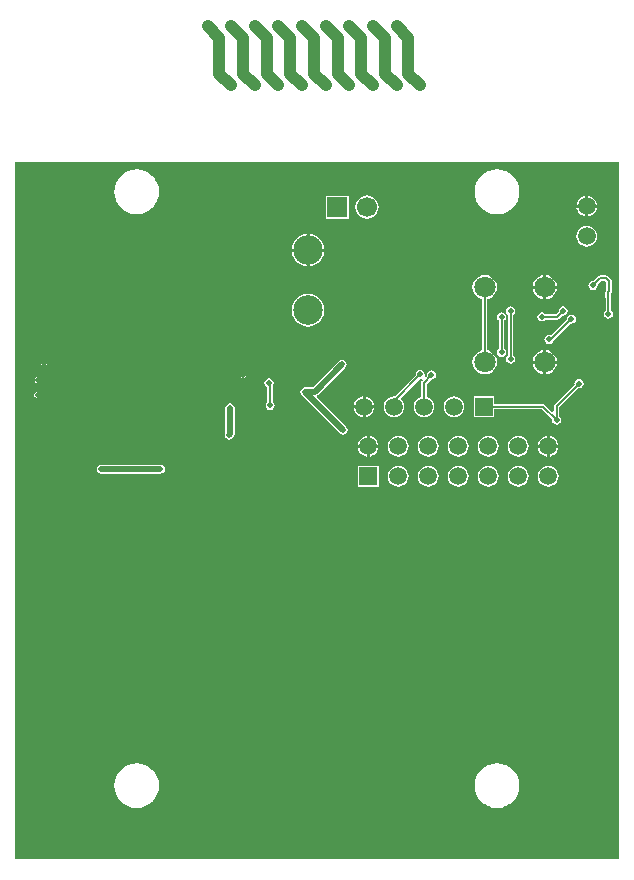
<source format=gbl>
%FSLAX24Y24*%
%MOIN*%
G70*
G01*
G75*
G04 Layer_Physical_Order=2*
G04 Layer_Color=16711680*
%ADD10R,0.0354X0.0276*%
%ADD11R,0.0512X0.0591*%
%ADD12R,0.0276X0.0354*%
%ADD13R,0.0256X0.0630*%
%ADD14O,0.0118X0.1181*%
%ADD15O,0.1181X0.0118*%
%ADD16R,0.1358X0.1358*%
%ADD17O,0.0768X0.0236*%
%ADD18O,0.0236X0.0768*%
%ADD19R,0.0118X0.0315*%
%ADD20R,0.0315X0.0157*%
%ADD21R,0.0118X0.0787*%
%ADD22C,0.0120*%
%ADD23R,0.0335X0.0374*%
%ADD24C,0.0080*%
%ADD25C,0.0197*%
%ADD26C,0.0118*%
%ADD27C,0.0276*%
%ADD28C,0.0200*%
%ADD29C,0.0150*%
%ADD30C,0.0100*%
%ADD31C,0.0250*%
%ADD32C,0.0394*%
%ADD33C,0.0236*%
%ADD34C,0.0984*%
%ADD35C,0.0591*%
%ADD36R,0.0591X0.0591*%
%ADD37C,0.0709*%
%ADD38R,0.0669X0.0669*%
%ADD39C,0.0669*%
%ADD40C,0.0200*%
%ADD41C,0.0394*%
%ADD42C,0.0240*%
G36*
X20197Y3543D02*
X79D01*
Y26772D01*
X20197D01*
Y3543D01*
D02*
G37*
%LPC*%
G36*
X17800Y17641D02*
X17760Y17636D01*
X17676Y17601D01*
X17604Y17545D01*
X17549Y17473D01*
X17514Y17389D01*
X17509Y17349D01*
X17800D01*
Y17641D01*
D02*
G37*
G36*
X11900D02*
Y17349D01*
X12192D01*
X12187Y17389D01*
X12152Y17473D01*
X12097Y17545D01*
X12025Y17601D01*
X11941Y17636D01*
X11900Y17641D01*
D02*
G37*
G36*
X7244Y18736D02*
X7186Y18724D01*
X7136Y18691D01*
X7103Y18641D01*
X7091Y18583D01*
Y17748D01*
X7083Y17736D01*
X7071Y17677D01*
X7083Y17619D01*
X7116Y17569D01*
X7166Y17536D01*
X7224Y17524D01*
X7283Y17536D01*
X7333Y17569D01*
X7352Y17589D01*
X7385Y17638D01*
X7397Y17697D01*
Y18583D01*
X7385Y18641D01*
X7352Y18691D01*
X7303Y18724D01*
X7244Y18736D01*
D02*
G37*
G36*
X17900Y17641D02*
Y17349D01*
X18192D01*
X18187Y17389D01*
X18152Y17473D01*
X18097Y17545D01*
X18025Y17601D01*
X17941Y17636D01*
X17900Y17641D01*
D02*
G37*
G36*
X17800Y17249D02*
X17509D01*
X17514Y17209D01*
X17549Y17125D01*
X17604Y17053D01*
X17676Y16998D01*
X17760Y16963D01*
X17800Y16958D01*
Y17249D01*
D02*
G37*
G36*
X12192D02*
X11900D01*
Y16958D01*
X11941Y16963D01*
X12025Y16998D01*
X12097Y17053D01*
X12152Y17125D01*
X12187Y17209D01*
X12192Y17249D01*
D02*
G37*
G36*
X11800Y17641D02*
X11760Y17636D01*
X11676Y17601D01*
X11604Y17545D01*
X11549Y17473D01*
X11514Y17389D01*
X11509Y17349D01*
X11800D01*
Y17641D01*
D02*
G37*
G36*
X18192Y17249D02*
X17900D01*
Y16958D01*
X17941Y16963D01*
X18025Y16998D01*
X18097Y17053D01*
X18152Y17125D01*
X18187Y17209D01*
X18192Y17249D01*
D02*
G37*
G36*
X11659Y18964D02*
X11619Y18958D01*
X11535Y18924D01*
X11462Y18868D01*
X11407Y18796D01*
X11372Y18712D01*
X11367Y18672D01*
X11659D01*
Y18964D01*
D02*
G37*
G36*
X8543Y19562D02*
X8485Y19551D01*
X8435Y19518D01*
X8402Y19468D01*
X8390Y19409D01*
X8402Y19351D01*
X8435Y19301D01*
X8485Y19268D01*
X8491Y19267D01*
Y18780D01*
X8475Y18770D01*
X8441Y18720D01*
X8430Y18661D01*
X8441Y18603D01*
X8475Y18553D01*
X8524Y18520D01*
X8583Y18508D01*
X8641Y18520D01*
X8691Y18553D01*
X8724Y18603D01*
X8736Y18661D01*
X8724Y18720D01*
X8691Y18770D01*
X8674Y18781D01*
Y19336D01*
X8685Y19351D01*
X8696Y19409D01*
X8685Y19468D01*
X8651Y19518D01*
X8602Y19551D01*
X8543Y19562D01*
D02*
G37*
G36*
X827Y19108D02*
X806D01*
X771Y19101D01*
X741Y19082D01*
X721Y19052D01*
X714Y19017D01*
X721Y18982D01*
X741Y18952D01*
X771Y18932D01*
X806Y18925D01*
X827D01*
X862Y18932D01*
X892Y18952D01*
X912Y18982D01*
X919Y19017D01*
X912Y19052D01*
X892Y19082D01*
X862Y19101D01*
X827Y19108D01*
D02*
G37*
G36*
X11759Y18964D02*
Y18672D01*
X12050D01*
X12045Y18712D01*
X12010Y18796D01*
X11955Y18868D01*
X11883Y18924D01*
X11799Y18958D01*
X11759Y18964D01*
D02*
G37*
G36*
X14709Y18970D02*
X14619Y18958D01*
X14535Y18924D01*
X14462Y18868D01*
X14407Y18796D01*
X14372Y18712D01*
X14360Y18622D01*
X14372Y18532D01*
X14407Y18448D01*
X14462Y18376D01*
X14535Y18320D01*
X14619Y18286D01*
X14709Y18274D01*
X14799Y18286D01*
X14883Y18320D01*
X14955Y18376D01*
X15010Y18448D01*
X15045Y18532D01*
X15057Y18622D01*
X15045Y18712D01*
X15010Y18796D01*
X14955Y18868D01*
X14883Y18924D01*
X14799Y18958D01*
X14709Y18970D01*
D02*
G37*
G36*
X10974Y20182D02*
X10926Y20173D01*
X10916Y20171D01*
X10866Y20138D01*
X9996Y19267D01*
X9744D01*
X9686Y19255D01*
X9636Y19222D01*
X9603Y19173D01*
X9591Y19114D01*
X9603Y19056D01*
X9636Y19006D01*
X10906Y17736D01*
X10955Y17703D01*
X11014Y17692D01*
X11072Y17703D01*
X11122Y17736D01*
X11155Y17786D01*
X11167Y17844D01*
X11155Y17903D01*
X11122Y17953D01*
X10144Y18931D01*
X10150Y18995D01*
X10167Y19006D01*
X11083Y19921D01*
X11116Y19971D01*
X11118Y19981D01*
X11127Y20030D01*
X11116Y20088D01*
X11083Y20138D01*
X11033Y20171D01*
X10974Y20182D01*
D02*
G37*
G36*
X12050Y18572D02*
X11759D01*
Y18280D01*
X11799Y18286D01*
X11883Y18320D01*
X11955Y18376D01*
X12010Y18448D01*
X12045Y18532D01*
X12050Y18572D01*
D02*
G37*
G36*
X11659D02*
X11367D01*
X11372Y18532D01*
X11407Y18448D01*
X11462Y18376D01*
X11535Y18320D01*
X11619Y18286D01*
X11659Y18280D01*
Y18572D01*
D02*
G37*
G36*
X15850Y16647D02*
X15760Y16636D01*
X15676Y16601D01*
X15604Y16545D01*
X15549Y16473D01*
X15514Y16389D01*
X15502Y16299D01*
X15514Y16209D01*
X15549Y16125D01*
X15604Y16053D01*
X15676Y15998D01*
X15760Y15963D01*
X15850Y15951D01*
X15941Y15963D01*
X16025Y15998D01*
X16097Y16053D01*
X16152Y16125D01*
X16187Y16209D01*
X16199Y16299D01*
X16187Y16389D01*
X16152Y16473D01*
X16097Y16545D01*
X16025Y16601D01*
X15941Y16636D01*
X15850Y16647D01*
D02*
G37*
G36*
X14850D02*
X14760Y16636D01*
X14676Y16601D01*
X14604Y16545D01*
X14549Y16473D01*
X14514Y16389D01*
X14502Y16299D01*
X14514Y16209D01*
X14549Y16125D01*
X14604Y16053D01*
X14676Y15998D01*
X14760Y15963D01*
X14850Y15951D01*
X14941Y15963D01*
X15025Y15998D01*
X15097Y16053D01*
X15152Y16125D01*
X15187Y16209D01*
X15199Y16299D01*
X15187Y16389D01*
X15152Y16473D01*
X15097Y16545D01*
X15025Y16601D01*
X14941Y16636D01*
X14850Y16647D01*
D02*
G37*
G36*
X17850D02*
X17760Y16636D01*
X17676Y16601D01*
X17604Y16545D01*
X17549Y16473D01*
X17514Y16389D01*
X17502Y16299D01*
X17514Y16209D01*
X17549Y16125D01*
X17604Y16053D01*
X17676Y15998D01*
X17760Y15963D01*
X17850Y15951D01*
X17941Y15963D01*
X18025Y15998D01*
X18097Y16053D01*
X18152Y16125D01*
X18187Y16209D01*
X18199Y16299D01*
X18187Y16389D01*
X18152Y16473D01*
X18097Y16545D01*
X18025Y16601D01*
X17941Y16636D01*
X17850Y16647D01*
D02*
G37*
G36*
X16850D02*
X16760Y16636D01*
X16676Y16601D01*
X16604Y16545D01*
X16549Y16473D01*
X16514Y16389D01*
X16502Y16299D01*
X16514Y16209D01*
X16549Y16125D01*
X16604Y16053D01*
X16676Y15998D01*
X16760Y15963D01*
X16850Y15951D01*
X16941Y15963D01*
X17025Y15998D01*
X17097Y16053D01*
X17152Y16125D01*
X17187Y16209D01*
X17199Y16299D01*
X17187Y16389D01*
X17152Y16473D01*
X17097Y16545D01*
X17025Y16601D01*
X16941Y16636D01*
X16850Y16647D01*
D02*
G37*
G36*
X16147Y6736D02*
X16142Y6735D01*
X16136Y6736D01*
X16001Y6723D01*
X15996Y6720D01*
X15991Y6721D01*
X15861Y6682D01*
X15857Y6678D01*
X15851Y6678D01*
X15732Y6614D01*
X15728Y6609D01*
X15723Y6608D01*
X15618Y6522D01*
X15615Y6517D01*
X15610Y6514D01*
X15524Y6409D01*
X15523Y6404D01*
X15518Y6400D01*
X15454Y6281D01*
X15454Y6275D01*
X15450Y6271D01*
X15411Y6141D01*
X15411Y6135D01*
X15409Y6131D01*
X15396Y5995D01*
X15397Y5990D01*
X15396Y5985D01*
X15409Y5850D01*
X15411Y5845D01*
X15411Y5839D01*
X15450Y5710D01*
X15454Y5705D01*
X15454Y5700D01*
X15518Y5580D01*
X15523Y5577D01*
X15524Y5571D01*
X15610Y5466D01*
X15615Y5464D01*
X15618Y5459D01*
X15723Y5373D01*
X15728Y5371D01*
X15732Y5367D01*
X15851Y5303D01*
X15857Y5302D01*
X15861Y5299D01*
X15991Y5259D01*
X15996Y5260D01*
X16001Y5257D01*
X16136Y5244D01*
X16142Y5246D01*
X16147Y5244D01*
X16282Y5257D01*
X16287Y5260D01*
X16293Y5259D01*
X16422Y5299D01*
X16427Y5302D01*
X16432Y5303D01*
X16552Y5367D01*
X16555Y5371D01*
X16561Y5373D01*
X16666Y5459D01*
X16668Y5464D01*
X16673Y5466D01*
X16759Y5571D01*
X16761Y5577D01*
X16765Y5580D01*
X16829Y5700D01*
X16830Y5705D01*
X16833Y5710D01*
X16873Y5839D01*
X16872Y5845D01*
X16875Y5850D01*
X16888Y5985D01*
X16886Y5990D01*
X16888Y5995D01*
X16875Y6131D01*
X16872Y6135D01*
X16873Y6141D01*
X16833Y6271D01*
X16830Y6275D01*
X16829Y6281D01*
X16765Y6400D01*
X16761Y6404D01*
X16759Y6409D01*
X16673Y6514D01*
X16668Y6517D01*
X16666Y6522D01*
X16561Y6608D01*
X16555Y6609D01*
X16552Y6614D01*
X16432Y6678D01*
X16427Y6678D01*
X16422Y6682D01*
X16293Y6721D01*
X16287Y6720D01*
X16282Y6723D01*
X16147Y6736D01*
D02*
G37*
G36*
X4139D02*
X4134Y6735D01*
X4129Y6736D01*
X3993Y6723D01*
X3989Y6720D01*
X3983Y6721D01*
X3853Y6682D01*
X3849Y6678D01*
X3843Y6678D01*
X3724Y6614D01*
X3720Y6609D01*
X3715Y6608D01*
X3610Y6522D01*
X3607Y6517D01*
X3602Y6514D01*
X3516Y6409D01*
X3515Y6404D01*
X3510Y6400D01*
X3447Y6281D01*
X3446Y6275D01*
X3442Y6271D01*
X3403Y6141D01*
X3404Y6135D01*
X3401Y6131D01*
X3388Y5995D01*
X3389Y5990D01*
X3388Y5985D01*
X3401Y5850D01*
X3404Y5845D01*
X3403Y5839D01*
X3442Y5710D01*
X3446Y5705D01*
X3447Y5700D01*
X3510Y5580D01*
X3515Y5577D01*
X3516Y5571D01*
X3602Y5466D01*
X3607Y5464D01*
X3610Y5459D01*
X3715Y5373D01*
X3720Y5371D01*
X3724Y5367D01*
X3843Y5303D01*
X3849Y5302D01*
X3853Y5299D01*
X3983Y5259D01*
X3989Y5260D01*
X3993Y5257D01*
X4129Y5244D01*
X4134Y5246D01*
X4139Y5244D01*
X4274Y5257D01*
X4279Y5260D01*
X4285Y5259D01*
X4414Y5299D01*
X4419Y5302D01*
X4424Y5303D01*
X4544Y5367D01*
X4548Y5371D01*
X4553Y5373D01*
X4658Y5459D01*
X4660Y5464D01*
X4665Y5466D01*
X4751Y5571D01*
X4753Y5577D01*
X4757Y5580D01*
X4821Y5700D01*
X4822Y5705D01*
X4825Y5710D01*
X4865Y5839D01*
X4864Y5845D01*
X4867Y5850D01*
X4880Y5985D01*
X4878Y5990D01*
X4880Y5995D01*
X4867Y6131D01*
X4864Y6135D01*
X4865Y6141D01*
X4825Y6271D01*
X4822Y6275D01*
X4821Y6281D01*
X4757Y6400D01*
X4753Y6404D01*
X4751Y6409D01*
X4665Y6514D01*
X4660Y6517D01*
X4658Y6522D01*
X4553Y6608D01*
X4548Y6609D01*
X4544Y6614D01*
X4424Y6678D01*
X4419Y6678D01*
X4414Y6682D01*
X4285Y6721D01*
X4279Y6720D01*
X4274Y6723D01*
X4139Y6736D01*
D02*
G37*
G36*
X13850Y16647D02*
X13760Y16636D01*
X13676Y16601D01*
X13604Y16545D01*
X13549Y16473D01*
X13514Y16389D01*
X13502Y16299D01*
X13514Y16209D01*
X13549Y16125D01*
X13604Y16053D01*
X13676Y15998D01*
X13760Y15963D01*
X13850Y15951D01*
X13941Y15963D01*
X14025Y15998D01*
X14097Y16053D01*
X14152Y16125D01*
X14187Y16209D01*
X14199Y16299D01*
X14187Y16389D01*
X14152Y16473D01*
X14097Y16545D01*
X14025Y16601D01*
X13941Y16636D01*
X13850Y16647D01*
D02*
G37*
G36*
X12850D02*
X12760Y16636D01*
X12676Y16601D01*
X12604Y16545D01*
X12549Y16473D01*
X12514Y16389D01*
X12502Y16299D01*
X12514Y16209D01*
X12549Y16125D01*
X12604Y16053D01*
X12676Y15998D01*
X12760Y15963D01*
X12850Y15951D01*
X12941Y15963D01*
X13025Y15998D01*
X13097Y16053D01*
X13152Y16125D01*
X13187Y16209D01*
X13199Y16299D01*
X13187Y16389D01*
X13152Y16473D01*
X13097Y16545D01*
X13025Y16601D01*
X12941Y16636D01*
X12850Y16647D01*
D02*
G37*
G36*
X15850Y17647D02*
X15760Y17636D01*
X15676Y17601D01*
X15604Y17545D01*
X15549Y17473D01*
X15514Y17389D01*
X15502Y17299D01*
X15514Y17209D01*
X15549Y17125D01*
X15604Y17053D01*
X15676Y16998D01*
X15760Y16963D01*
X15850Y16951D01*
X15941Y16963D01*
X16025Y16998D01*
X16097Y17053D01*
X16152Y17125D01*
X16187Y17209D01*
X16199Y17299D01*
X16187Y17389D01*
X16152Y17473D01*
X16097Y17545D01*
X16025Y17601D01*
X15941Y17636D01*
X15850Y17647D01*
D02*
G37*
G36*
X14850D02*
X14760Y17636D01*
X14676Y17601D01*
X14604Y17545D01*
X14549Y17473D01*
X14514Y17389D01*
X14502Y17299D01*
X14514Y17209D01*
X14549Y17125D01*
X14604Y17053D01*
X14676Y16998D01*
X14760Y16963D01*
X14850Y16951D01*
X14941Y16963D01*
X15025Y16998D01*
X15097Y17053D01*
X15152Y17125D01*
X15187Y17209D01*
X15199Y17299D01*
X15187Y17389D01*
X15152Y17473D01*
X15097Y17545D01*
X15025Y17601D01*
X14941Y17636D01*
X14850Y17647D01*
D02*
G37*
G36*
X11800Y17249D02*
X11509D01*
X11514Y17209D01*
X11549Y17125D01*
X11604Y17053D01*
X11676Y16998D01*
X11760Y16963D01*
X11800Y16958D01*
Y17249D01*
D02*
G37*
G36*
X16850Y17647D02*
X16760Y17636D01*
X16676Y17601D01*
X16604Y17545D01*
X16549Y17473D01*
X16514Y17389D01*
X16502Y17299D01*
X16514Y17209D01*
X16549Y17125D01*
X16604Y17053D01*
X16676Y16998D01*
X16760Y16963D01*
X16850Y16951D01*
X16941Y16963D01*
X17025Y16998D01*
X17097Y17053D01*
X17152Y17125D01*
X17187Y17209D01*
X17199Y17299D01*
X17187Y17389D01*
X17152Y17473D01*
X17097Y17545D01*
X17025Y17601D01*
X16941Y17636D01*
X16850Y17647D01*
D02*
G37*
G36*
X4921Y16688D02*
X2953D01*
X2894Y16677D01*
X2845Y16644D01*
X2811Y16594D01*
X2800Y16535D01*
X2811Y16477D01*
X2845Y16427D01*
X2894Y16394D01*
X2953Y16382D01*
X4921D01*
X4980Y16394D01*
X5029Y16427D01*
X5063Y16477D01*
X5074Y16535D01*
X5063Y16594D01*
X5029Y16644D01*
X4980Y16677D01*
X4921Y16688D01*
D02*
G37*
G36*
X12196Y16644D02*
X11505D01*
Y15954D01*
X12196D01*
Y16644D01*
D02*
G37*
G36*
X13850Y17647D02*
X13760Y17636D01*
X13676Y17601D01*
X13604Y17545D01*
X13549Y17473D01*
X13514Y17389D01*
X13502Y17299D01*
X13514Y17209D01*
X13549Y17125D01*
X13604Y17053D01*
X13676Y16998D01*
X13760Y16963D01*
X13850Y16951D01*
X13941Y16963D01*
X14025Y16998D01*
X14097Y17053D01*
X14152Y17125D01*
X14187Y17209D01*
X14199Y17299D01*
X14187Y17389D01*
X14152Y17473D01*
X14097Y17545D01*
X14025Y17601D01*
X13941Y17636D01*
X13850Y17647D01*
D02*
G37*
G36*
X12850D02*
X12760Y17636D01*
X12676Y17601D01*
X12604Y17545D01*
X12549Y17473D01*
X12514Y17389D01*
X12502Y17299D01*
X12514Y17209D01*
X12549Y17125D01*
X12604Y17053D01*
X12676Y16998D01*
X12760Y16963D01*
X12850Y16951D01*
X12941Y16963D01*
X13025Y16998D01*
X13097Y17053D01*
X13152Y17125D01*
X13187Y17209D01*
X13199Y17299D01*
X13187Y17389D01*
X13152Y17473D01*
X13097Y17545D01*
X13025Y17601D01*
X12941Y17636D01*
X12850Y17647D01*
D02*
G37*
G36*
X9793Y24375D02*
X9701Y24363D01*
X9569Y24308D01*
X9456Y24221D01*
X9369Y24108D01*
X9314Y23976D01*
X9302Y23885D01*
X9793D01*
Y24375D01*
D02*
G37*
G36*
X10383Y23785D02*
X9893D01*
Y23294D01*
X9984Y23306D01*
X10116Y23361D01*
X10229Y23448D01*
X10316Y23561D01*
X10371Y23693D01*
X10383Y23785D01*
D02*
G37*
G36*
X19134Y24651D02*
X19044Y24640D01*
X18960Y24605D01*
X18888Y24549D01*
X18832Y24477D01*
X18797Y24393D01*
X18786Y24303D01*
X18797Y24213D01*
X18832Y24129D01*
X18888Y24057D01*
X18960Y24002D01*
X19044Y23967D01*
X19134Y23955D01*
X19224Y23967D01*
X19308Y24002D01*
X19380Y24057D01*
X19435Y24129D01*
X19470Y24213D01*
X19482Y24303D01*
X19470Y24393D01*
X19435Y24477D01*
X19380Y24549D01*
X19308Y24605D01*
X19224Y24640D01*
X19134Y24651D01*
D02*
G37*
G36*
X9893Y24375D02*
Y23885D01*
X10383D01*
X10371Y23976D01*
X10316Y24108D01*
X10229Y24221D01*
X10116Y24308D01*
X9984Y24363D01*
X9893Y24375D01*
D02*
G37*
G36*
X17782Y23004D02*
Y22652D01*
X18134D01*
X18126Y22708D01*
X18085Y22806D01*
X18021Y22891D01*
X17936Y22956D01*
X17838Y22996D01*
X17782Y23004D01*
D02*
G37*
G36*
X17682D02*
X17627Y22996D01*
X17528Y22956D01*
X17444Y22891D01*
X17379Y22806D01*
X17338Y22708D01*
X17331Y22652D01*
X17682D01*
Y23004D01*
D02*
G37*
G36*
X9793Y23785D02*
X9302D01*
X9314Y23693D01*
X9369Y23561D01*
X9456Y23448D01*
X9569Y23361D01*
X9701Y23306D01*
X9793Y23294D01*
Y23785D01*
D02*
G37*
G36*
X19774Y22995D02*
X19579D01*
X19544Y22988D01*
X19514Y22968D01*
X19363Y22817D01*
X19341Y22821D01*
X19283Y22810D01*
X19233Y22777D01*
X19200Y22727D01*
X19189Y22668D01*
X19200Y22610D01*
X19233Y22560D01*
X19283Y22527D01*
X19341Y22515D01*
X19400Y22527D01*
X19450Y22560D01*
X19483Y22610D01*
X19494Y22668D01*
X19491Y22686D01*
X19617Y22812D01*
X19736D01*
X19790Y22757D01*
Y22521D01*
X19784Y22516D01*
X19765Y22486D01*
X19758Y22451D01*
Y22261D01*
X19761Y22246D01*
Y21832D01*
X19744Y21821D01*
X19711Y21771D01*
X19699Y21713D01*
X19711Y21654D01*
X19744Y21604D01*
X19794Y21571D01*
X19852Y21560D01*
X19911Y21571D01*
X19961Y21604D01*
X19994Y21654D01*
X20005Y21713D01*
X19994Y21771D01*
X19961Y21821D01*
X19944Y21832D01*
Y22258D01*
X19941Y22273D01*
Y22413D01*
X19947Y22418D01*
X19967Y22448D01*
X19974Y22483D01*
Y22795D01*
X19967Y22830D01*
X19947Y22860D01*
X19839Y22968D01*
X19809Y22988D01*
X19774Y22995D01*
D02*
G37*
G36*
X19184Y25645D02*
Y25353D01*
X19476D01*
X19470Y25393D01*
X19435Y25477D01*
X19380Y25549D01*
X19308Y25605D01*
X19224Y25640D01*
X19184Y25645D01*
D02*
G37*
G36*
X19084D02*
X19044Y25640D01*
X18960Y25605D01*
X18888Y25549D01*
X18832Y25477D01*
X18797Y25393D01*
X18792Y25353D01*
X19084D01*
Y25645D01*
D02*
G37*
G36*
X16147Y26528D02*
X16142Y26526D01*
X16136Y26528D01*
X16001Y26514D01*
X15996Y26512D01*
X15991Y26512D01*
X15861Y26473D01*
X15857Y26469D01*
X15851Y26469D01*
X15732Y26405D01*
X15728Y26401D01*
X15723Y26399D01*
X15618Y26313D01*
X15615Y26308D01*
X15610Y26305D01*
X15524Y26200D01*
X15523Y26195D01*
X15518Y26192D01*
X15454Y26072D01*
X15454Y26066D01*
X15450Y26062D01*
X15411Y25932D01*
X15411Y25927D01*
X15409Y25922D01*
X15396Y25787D01*
X15397Y25782D01*
X15396Y25776D01*
X15409Y25641D01*
X15411Y25636D01*
X15411Y25631D01*
X15450Y25501D01*
X15454Y25497D01*
X15454Y25491D01*
X15518Y25371D01*
X15523Y25368D01*
X15524Y25363D01*
X15610Y25258D01*
X15615Y25255D01*
X15618Y25250D01*
X15723Y25164D01*
X15728Y25162D01*
X15732Y25158D01*
X15851Y25094D01*
X15857Y25094D01*
X15861Y25090D01*
X15991Y25051D01*
X15996Y25051D01*
X16001Y25049D01*
X16136Y25035D01*
X16142Y25037D01*
X16147Y25035D01*
X16282Y25049D01*
X16287Y25051D01*
X16293Y25051D01*
X16422Y25090D01*
X16427Y25094D01*
X16432Y25094D01*
X16552Y25158D01*
X16555Y25162D01*
X16561Y25164D01*
X16666Y25250D01*
X16668Y25255D01*
X16673Y25258D01*
X16759Y25363D01*
X16761Y25368D01*
X16765Y25371D01*
X16829Y25491D01*
X16830Y25497D01*
X16833Y25501D01*
X16873Y25631D01*
X16872Y25636D01*
X16875Y25641D01*
X16888Y25776D01*
X16886Y25782D01*
X16888Y25787D01*
X16875Y25922D01*
X16872Y25927D01*
X16873Y25932D01*
X16833Y26062D01*
X16830Y26066D01*
X16829Y26072D01*
X16765Y26192D01*
X16761Y26195D01*
X16759Y26200D01*
X16673Y26305D01*
X16668Y26308D01*
X16666Y26313D01*
X16561Y26399D01*
X16555Y26401D01*
X16552Y26405D01*
X16432Y26469D01*
X16427Y26469D01*
X16422Y26473D01*
X16293Y26512D01*
X16287Y26512D01*
X16282Y26514D01*
X16147Y26528D01*
D02*
G37*
G36*
X4139D02*
X4134Y26526D01*
X4129Y26528D01*
X3993Y26514D01*
X3989Y26512D01*
X3983Y26512D01*
X3853Y26473D01*
X3849Y26469D01*
X3843Y26469D01*
X3724Y26405D01*
X3720Y26401D01*
X3715Y26399D01*
X3610Y26313D01*
X3607Y26308D01*
X3602Y26305D01*
X3516Y26200D01*
X3515Y26195D01*
X3510Y26192D01*
X3447Y26072D01*
X3446Y26066D01*
X3442Y26062D01*
X3403Y25932D01*
X3404Y25927D01*
X3401Y25922D01*
X3388Y25787D01*
X3389Y25782D01*
X3388Y25776D01*
X3401Y25641D01*
X3404Y25636D01*
X3403Y25631D01*
X3442Y25501D01*
X3446Y25497D01*
X3447Y25491D01*
X3510Y25371D01*
X3515Y25368D01*
X3516Y25363D01*
X3602Y25258D01*
X3607Y25255D01*
X3610Y25250D01*
X3715Y25164D01*
X3720Y25162D01*
X3724Y25158D01*
X3843Y25094D01*
X3849Y25094D01*
X3853Y25090D01*
X3983Y25051D01*
X3989Y25051D01*
X3993Y25049D01*
X4129Y25035D01*
X4134Y25037D01*
X4139Y25035D01*
X4274Y25049D01*
X4279Y25051D01*
X4285Y25051D01*
X4414Y25090D01*
X4419Y25094D01*
X4424Y25094D01*
X4544Y25158D01*
X4548Y25162D01*
X4553Y25164D01*
X4658Y25250D01*
X4660Y25255D01*
X4665Y25258D01*
X4751Y25363D01*
X4753Y25368D01*
X4757Y25371D01*
X4821Y25491D01*
X4822Y25497D01*
X4825Y25501D01*
X4865Y25631D01*
X4864Y25636D01*
X4867Y25641D01*
X4880Y25776D01*
X4878Y25782D01*
X4880Y25787D01*
X4867Y25922D01*
X4864Y25927D01*
X4865Y25932D01*
X4825Y26062D01*
X4822Y26066D01*
X4821Y26072D01*
X4757Y26192D01*
X4753Y26195D01*
X4751Y26200D01*
X4665Y26305D01*
X4660Y26308D01*
X4658Y26313D01*
X4553Y26399D01*
X4548Y26401D01*
X4544Y26405D01*
X4424Y26469D01*
X4419Y26469D01*
X4414Y26473D01*
X4285Y26512D01*
X4279Y26512D01*
X4274Y26514D01*
X4139Y26528D01*
D02*
G37*
G36*
X11196Y25660D02*
X10426D01*
Y24891D01*
X11196D01*
Y25660D01*
D02*
G37*
G36*
X11811Y25664D02*
X11711Y25650D01*
X11617Y25612D01*
X11537Y25550D01*
X11475Y25470D01*
X11436Y25376D01*
X11423Y25276D01*
X11436Y25175D01*
X11475Y25082D01*
X11537Y25001D01*
X11617Y24940D01*
X11711Y24901D01*
X11811Y24888D01*
X11911Y24901D01*
X12005Y24940D01*
X12085Y25001D01*
X12147Y25082D01*
X12186Y25175D01*
X12199Y25276D01*
X12186Y25376D01*
X12147Y25470D01*
X12085Y25550D01*
X12005Y25612D01*
X11911Y25650D01*
X11811Y25664D01*
D02*
G37*
G36*
X19476Y25253D02*
X19184D01*
Y24961D01*
X19224Y24967D01*
X19308Y25002D01*
X19380Y25057D01*
X19435Y25129D01*
X19470Y25213D01*
X19476Y25253D01*
D02*
G37*
G36*
X19084D02*
X18792D01*
X18797Y25213D01*
X18832Y25129D01*
X18888Y25057D01*
X18960Y25002D01*
X19044Y24967D01*
X19084Y24961D01*
Y25253D01*
D02*
G37*
G36*
X18134Y22552D02*
X17782D01*
Y22201D01*
X17838Y22208D01*
X17936Y22249D01*
X18021Y22314D01*
X18085Y22398D01*
X18126Y22497D01*
X18134Y22552D01*
D02*
G37*
G36*
X17682Y20052D02*
X17331D01*
X17338Y19997D01*
X17379Y19898D01*
X17444Y19814D01*
X17528Y19749D01*
X17627Y19708D01*
X17682Y19701D01*
Y20052D01*
D02*
G37*
G36*
X15732Y23010D02*
X15627Y22996D01*
X15528Y22956D01*
X15444Y22891D01*
X15379Y22806D01*
X15338Y22708D01*
X15324Y22602D01*
X15338Y22497D01*
X15379Y22398D01*
X15444Y22314D01*
X15528Y22249D01*
X15627Y22208D01*
X15641Y22207D01*
Y20498D01*
X15627Y20496D01*
X15528Y20456D01*
X15444Y20391D01*
X15379Y20306D01*
X15338Y20208D01*
X15324Y20102D01*
X15338Y19997D01*
X15379Y19898D01*
X15444Y19814D01*
X15528Y19749D01*
X15627Y19708D01*
X15732Y19695D01*
X15838Y19708D01*
X15936Y19749D01*
X16021Y19814D01*
X16085Y19898D01*
X16126Y19997D01*
X16140Y20102D01*
X16126Y20208D01*
X16085Y20306D01*
X16021Y20391D01*
X15936Y20456D01*
X15838Y20496D01*
X15824Y20498D01*
Y22207D01*
X15838Y22208D01*
X15936Y22249D01*
X16021Y22314D01*
X16085Y22398D01*
X16126Y22497D01*
X16140Y22602D01*
X16126Y22708D01*
X16085Y22806D01*
X16021Y22891D01*
X15936Y22956D01*
X15838Y22996D01*
X15732Y23010D01*
D02*
G37*
G36*
X1043Y20171D02*
X1032D01*
X997Y20164D01*
X968Y20145D01*
X948Y20115D01*
X941Y20080D01*
X948Y20045D01*
X968Y20015D01*
X997Y19995D01*
X1032Y19988D01*
X1043D01*
X1078Y19995D01*
X1108Y20015D01*
X1128Y20045D01*
X1135Y20080D01*
X1128Y20115D01*
X1108Y20145D01*
X1078Y20164D01*
X1043Y20171D01*
D02*
G37*
G36*
X18134Y20052D02*
X17782D01*
Y19701D01*
X17838Y19708D01*
X17936Y19749D01*
X18021Y19814D01*
X18085Y19898D01*
X18126Y19997D01*
X18134Y20052D01*
D02*
G37*
G36*
X827Y19601D02*
X818D01*
X783Y19594D01*
X753Y19574D01*
X733Y19544D01*
X726Y19509D01*
X733Y19474D01*
X753Y19444D01*
X783Y19424D01*
X818Y19417D01*
X827D01*
X862Y19424D01*
X892Y19444D01*
X912Y19474D01*
X919Y19509D01*
X912Y19544D01*
X892Y19574D01*
X862Y19594D01*
X827Y19601D01*
D02*
G37*
G36*
X18878Y19543D02*
X18819Y19531D01*
X18770Y19498D01*
X18737Y19448D01*
X18725Y19390D01*
X18729Y19370D01*
X18065Y18707D01*
X18045Y18677D01*
X18038Y18642D01*
Y18466D01*
X17992Y18447D01*
X17752Y18687D01*
X17722Y18707D01*
X17687Y18714D01*
X16054D01*
Y18967D01*
X15363D01*
Y18277D01*
X16054D01*
Y18530D01*
X17649D01*
X17981Y18198D01*
X17977Y18179D01*
X17989Y18121D01*
X18022Y18071D01*
X18071Y18038D01*
X18130Y18026D01*
X18188Y18038D01*
X18238Y18071D01*
X18271Y18121D01*
X18283Y18179D01*
X18271Y18238D01*
X18238Y18287D01*
X18222Y18298D01*
Y18604D01*
X18859Y19241D01*
X18878Y19237D01*
X18936Y19248D01*
X18986Y19282D01*
X19019Y19331D01*
X19031Y19390D01*
X19019Y19448D01*
X18986Y19498D01*
X18936Y19531D01*
X18878Y19543D01*
D02*
G37*
G36*
X7686Y19758D02*
X7678D01*
X7642Y19751D01*
X7613Y19731D01*
X7593Y19701D01*
X7586Y19666D01*
X7593Y19631D01*
X7613Y19601D01*
X7642Y19582D01*
X7678Y19575D01*
X7686D01*
X7721Y19582D01*
X7751Y19601D01*
X7771Y19631D01*
X7778Y19666D01*
X7771Y19701D01*
X7751Y19731D01*
X7721Y19751D01*
X7686Y19758D01*
D02*
G37*
G36*
X13583Y19848D02*
X13524Y19836D01*
X13475Y19803D01*
X13441Y19753D01*
X13430Y19695D01*
X13434Y19676D01*
X12726Y18968D01*
X12709Y18970D01*
X12619Y18958D01*
X12535Y18924D01*
X12462Y18868D01*
X12407Y18796D01*
X12372Y18712D01*
X12360Y18622D01*
X12372Y18532D01*
X12407Y18448D01*
X12462Y18376D01*
X12535Y18320D01*
X12619Y18286D01*
X12709Y18274D01*
X12799Y18286D01*
X12883Y18320D01*
X12955Y18376D01*
X13010Y18448D01*
X13045Y18532D01*
X13057Y18622D01*
X13045Y18712D01*
X13010Y18796D01*
X12955Y18868D01*
X12946Y18875D01*
X12943Y18925D01*
X13563Y19546D01*
X13583Y19542D01*
X13633Y19552D01*
X13652Y19531D01*
X13662Y19511D01*
X13644Y19492D01*
X13624Y19462D01*
X13617Y19427D01*
Y18958D01*
X13535Y18924D01*
X13462Y18868D01*
X13407Y18796D01*
X13372Y18712D01*
X13360Y18622D01*
X13372Y18532D01*
X13407Y18448D01*
X13462Y18376D01*
X13535Y18320D01*
X13619Y18286D01*
X13709Y18274D01*
X13799Y18286D01*
X13883Y18320D01*
X13955Y18376D01*
X14010Y18448D01*
X14045Y18532D01*
X14057Y18622D01*
X14045Y18712D01*
X14010Y18796D01*
X13955Y18868D01*
X13883Y18924D01*
X13800Y18958D01*
Y19389D01*
X13937Y19526D01*
X13957Y19522D01*
X14015Y19534D01*
X14065Y19567D01*
X14098Y19617D01*
X14110Y19675D01*
X14098Y19734D01*
X14065Y19783D01*
X14015Y19816D01*
X13957Y19828D01*
X13898Y19816D01*
X13849Y19783D01*
X13815Y19734D01*
X13804Y19675D01*
X13808Y19656D01*
X13767Y19615D01*
X13747Y19625D01*
X13726Y19645D01*
X13736Y19695D01*
X13724Y19753D01*
X13691Y19803D01*
X13641Y19836D01*
X13583Y19848D01*
D02*
G37*
G36*
X18622Y21688D02*
X18564Y21677D01*
X18514Y21644D01*
X18481Y21594D01*
X18469Y21535D01*
X18473Y21516D01*
X17952Y20995D01*
X17933Y21007D01*
X17874Y21019D01*
X17815Y21007D01*
X17766Y20974D01*
X17733Y20925D01*
X17721Y20866D01*
X17733Y20808D01*
X17766Y20758D01*
X17815Y20725D01*
X17874Y20713D01*
X17933Y20725D01*
X17982Y20758D01*
X18006Y20793D01*
X18018Y20801D01*
X18603Y21386D01*
X18622Y21382D01*
X18681Y21394D01*
X18730Y21427D01*
X18763Y21477D01*
X18775Y21535D01*
X18763Y21594D01*
X18730Y21644D01*
X18681Y21677D01*
X18622Y21688D01*
D02*
G37*
G36*
X9843Y22381D02*
X9701Y22363D01*
X9569Y22308D01*
X9456Y22221D01*
X9369Y22108D01*
X9314Y21976D01*
X9296Y21835D01*
X9314Y21693D01*
X9369Y21561D01*
X9456Y21448D01*
X9569Y21361D01*
X9701Y21306D01*
X9843Y21288D01*
X9984Y21306D01*
X10116Y21361D01*
X10229Y21448D01*
X10316Y21561D01*
X10371Y21693D01*
X10389Y21835D01*
X10371Y21976D01*
X10316Y22108D01*
X10229Y22221D01*
X10116Y22308D01*
X9984Y22363D01*
X9843Y22381D01*
D02*
G37*
G36*
X17682Y22552D02*
X17331D01*
X17338Y22497D01*
X17379Y22398D01*
X17444Y22314D01*
X17528Y22249D01*
X17627Y22208D01*
X17682Y22201D01*
Y22552D01*
D02*
G37*
G36*
X18346Y21964D02*
X18288Y21952D01*
X18238Y21919D01*
X18205Y21870D01*
X18193Y21811D01*
X18197Y21792D01*
X18112Y21706D01*
X17757D01*
X17746Y21722D01*
X17696Y21755D01*
X17638Y21767D01*
X17579Y21755D01*
X17530Y21722D01*
X17497Y21673D01*
X17485Y21614D01*
X17497Y21556D01*
X17530Y21506D01*
X17579Y21473D01*
X17638Y21461D01*
X17696Y21473D01*
X17746Y21506D01*
X17757Y21522D01*
X18150D01*
X18150Y21522D01*
X18185Y21529D01*
X18214Y21549D01*
X18327Y21662D01*
X18346Y21658D01*
X18405Y21670D01*
X18455Y21703D01*
X18488Y21752D01*
X18499Y21811D01*
X18488Y21870D01*
X18455Y21919D01*
X18405Y21952D01*
X18346Y21964D01*
D02*
G37*
G36*
X17682Y20504D02*
X17627Y20496D01*
X17528Y20456D01*
X17444Y20391D01*
X17379Y20306D01*
X17338Y20208D01*
X17331Y20152D01*
X17682D01*
Y20504D01*
D02*
G37*
G36*
X16594Y21964D02*
X16536Y21952D01*
X16486Y21919D01*
X16453Y21870D01*
X16442Y21811D01*
X16453Y21753D01*
X16486Y21703D01*
X16503Y21692D01*
Y20326D01*
X16486Y20315D01*
X16453Y20265D01*
X16442Y20207D01*
X16453Y20148D01*
X16486Y20099D01*
X16536Y20065D01*
X16594Y20054D01*
X16653Y20065D01*
X16703Y20099D01*
X16736Y20148D01*
X16747Y20207D01*
X16736Y20265D01*
X16703Y20315D01*
X16686Y20326D01*
Y21692D01*
X16703Y21703D01*
X16736Y21753D01*
X16747Y21811D01*
X16736Y21870D01*
X16703Y21919D01*
X16653Y21952D01*
X16594Y21964D01*
D02*
G37*
G36*
X16299Y21767D02*
X16241Y21755D01*
X16191Y21722D01*
X16158Y21673D01*
X16146Y21614D01*
X16158Y21556D01*
X16191Y21506D01*
X16207Y21495D01*
Y20552D01*
X16191Y20541D01*
X16158Y20492D01*
X16146Y20433D01*
X16158Y20375D01*
X16191Y20325D01*
X16241Y20292D01*
X16299Y20280D01*
X16358Y20292D01*
X16407Y20325D01*
X16441Y20375D01*
X16452Y20433D01*
X16441Y20492D01*
X16407Y20541D01*
X16391Y20552D01*
Y21495D01*
X16407Y21506D01*
X16441Y21556D01*
X16452Y21614D01*
X16441Y21673D01*
X16407Y21722D01*
X16358Y21755D01*
X16299Y21767D01*
D02*
G37*
G36*
X17782Y20504D02*
Y20152D01*
X18134D01*
X18126Y20208D01*
X18085Y20306D01*
X18021Y20391D01*
X17936Y20456D01*
X17838Y20496D01*
X17782Y20504D01*
D02*
G37*
%LPD*%
D24*
X7678Y19666D02*
X7686D01*
X18130Y18179D02*
Y18642D01*
X18878Y19390D01*
X19343Y22667D02*
X19579Y22904D01*
X19852Y21713D02*
Y22258D01*
X19849Y22261D02*
X19852Y22258D01*
X19849Y22261D02*
Y22451D01*
X19882Y22483D01*
Y22795D01*
X19774Y22904D02*
X19882Y22795D01*
X19579Y22904D02*
X19774D01*
X19341Y22668D02*
X19343Y22667D01*
X806Y19017D02*
X827D01*
X818Y19509D02*
X827D01*
X1032Y20080D02*
X1043D01*
X15732Y20102D02*
Y22602D01*
X8583Y18661D02*
X8583Y18661D01*
X8583Y18661D02*
Y19370D01*
X8543Y19409D02*
X8583Y19370D01*
X18150Y21614D02*
X18346Y21811D01*
X18150Y21614D02*
X18150Y21614D01*
X17638Y21614D02*
X18150D01*
X17953Y20866D02*
X18622Y21535D01*
X17874Y20866D02*
X17953D01*
X12709Y18821D02*
X13583Y19695D01*
X12709Y18622D02*
Y18821D01*
X13709Y19427D02*
X13957Y19675D01*
X13709Y18622D02*
Y19427D01*
X16299Y20433D02*
Y21614D01*
X16594Y20207D02*
Y21811D01*
X15709Y18622D02*
X17687D01*
X18130Y18179D01*
D28*
X10059Y19114D02*
X10974Y20030D01*
X9744Y19114D02*
X10059D01*
X9744D02*
X11014Y17844D01*
X2953Y16535D02*
X4921D01*
X7224Y17677D02*
X7244Y17697D01*
Y18583D01*
D32*
X12795Y31299D02*
X13189Y30906D01*
Y29724D02*
Y30906D01*
Y29724D02*
X13583Y29331D01*
X13583D01*
X12008Y31299D02*
X12402Y30906D01*
Y29724D02*
Y30906D01*
Y29724D02*
X12795Y29331D01*
X12795D01*
X11220Y31299D02*
X11614Y30906D01*
Y29724D02*
Y30906D01*
Y29724D02*
X12008Y29331D01*
X12008D01*
X10433Y31299D02*
X10827Y30906D01*
Y29724D02*
Y30906D01*
Y29724D02*
X11220Y29331D01*
X11220D01*
X9646Y31299D02*
X10039Y30906D01*
Y29724D02*
Y30906D01*
Y29724D02*
X10433Y29331D01*
X10433D01*
X8858Y31299D02*
X9252Y30906D01*
Y29724D02*
Y30906D01*
Y29724D02*
X9646Y29331D01*
X9646D01*
X8071Y31299D02*
X8465Y30906D01*
Y29724D02*
Y30906D01*
Y29724D02*
X8858Y29331D01*
X8858D01*
X7283Y31299D02*
X7677Y30906D01*
Y29724D02*
Y30906D01*
Y29724D02*
X8071Y29331D01*
X8071D01*
X7283D02*
X7283D01*
X6890Y29724D02*
X7283Y29331D01*
X6890Y29724D02*
Y30906D01*
X6496Y31299D02*
X6890Y30906D01*
D34*
X9843Y23835D02*
D03*
Y21835D02*
D03*
D35*
X19134Y24303D02*
D03*
Y25303D02*
D03*
X17850Y17299D02*
D03*
Y16299D02*
D03*
X16850Y17299D02*
D03*
Y16299D02*
D03*
X15850Y17299D02*
D03*
Y16299D02*
D03*
X14850Y17299D02*
D03*
Y16299D02*
D03*
X13850Y17299D02*
D03*
Y16299D02*
D03*
X12850Y17299D02*
D03*
Y16299D02*
D03*
X11850Y17299D02*
D03*
X14709Y18622D02*
D03*
X13709D02*
D03*
X12709D02*
D03*
X11709D02*
D03*
D36*
X11850Y16299D02*
D03*
X15709Y18622D02*
D03*
D37*
X15732Y20102D02*
D03*
Y22602D02*
D03*
X17732D02*
D03*
Y20102D02*
D03*
D38*
X10811Y25276D02*
D03*
D39*
X11811D02*
D03*
D40*
X2953Y18819D02*
D03*
X6713Y17520D02*
D03*
Y16929D02*
D03*
X6969Y24567D02*
D03*
X8445Y21713D02*
D03*
Y22726D02*
D03*
X7736Y18701D02*
D03*
X7678Y19666D02*
D03*
X7667Y20138D02*
D03*
X7638Y20847D02*
D03*
X10974Y20030D02*
D03*
X18130Y18179D02*
D03*
X18878Y19390D02*
D03*
X19852Y21713D02*
D03*
X19341Y22668D02*
D03*
X11014Y17844D02*
D03*
X9744Y19114D02*
D03*
X19331Y19587D02*
D03*
X18937Y20689D02*
D03*
X20039Y22372D02*
D03*
X19252Y22106D02*
D03*
X18120Y22972D02*
D03*
X15020Y22717D02*
D03*
X14478Y23327D02*
D03*
X16280Y23750D02*
D03*
X14184Y24942D02*
D03*
X13150Y25354D02*
D03*
X12677Y25364D02*
D03*
X11132Y20512D02*
D03*
X11329Y18242D02*
D03*
X10866Y19439D02*
D03*
X9587Y18583D02*
D03*
X9724Y20522D02*
D03*
X9222Y20827D02*
D03*
X5256Y22854D02*
D03*
X4902Y22539D02*
D03*
X4646Y22549D02*
D03*
X4232Y22766D02*
D03*
X3780Y23297D02*
D03*
X3307Y23297D02*
D03*
X5502Y17087D02*
D03*
X4701Y16788D02*
D03*
X3209Y16860D02*
D03*
X827Y19017D02*
D03*
Y19509D02*
D03*
X1043Y20080D02*
D03*
X1043Y20541D02*
D03*
X1063Y20945D02*
D03*
X7244Y18583D02*
D03*
X2953Y16535D02*
D03*
X4921D02*
D03*
X8583Y18661D02*
D03*
X8543Y19409D02*
D03*
X17638Y21614D02*
D03*
X18622Y21535D02*
D03*
X17874Y20866D02*
D03*
X18346Y21811D02*
D03*
X7008Y26220D02*
D03*
Y25669D02*
D03*
X6969Y24016D02*
D03*
X13583Y19695D02*
D03*
X13957Y19675D02*
D03*
X16299Y21614D02*
D03*
X16594Y21811D02*
D03*
X16299Y20433D02*
D03*
X16594Y20207D02*
D03*
X7224Y17677D02*
D03*
X2362Y18346D02*
D03*
X945Y17283D02*
D03*
X1772Y21614D02*
D03*
X2205Y22087D02*
D03*
X2283Y21378D02*
D03*
X2835Y21220D02*
D03*
X3268Y21654D02*
D03*
X6339Y18346D02*
D03*
X5827Y18819D02*
D03*
X5394Y18346D02*
D03*
X5433Y21102D02*
D03*
X5906Y20787D02*
D03*
X5827Y21614D02*
D03*
X6378Y21220D02*
D03*
X7165Y21457D02*
D03*
X5315Y21850D02*
D03*
X6378D02*
D03*
X7402Y16417D02*
D03*
X8307Y16457D02*
D03*
X9213D02*
D03*
X9646Y17087D02*
D03*
X10197Y17323D02*
D03*
X5118Y23346D02*
D03*
X5079Y23976D02*
D03*
X4606Y23228D02*
D03*
Y23858D02*
D03*
X4921Y24528D02*
D03*
X6181Y24606D02*
D03*
Y25315D02*
D03*
X6102Y25945D02*
D03*
Y26654D02*
D03*
X6850D02*
D03*
X6811Y25118D02*
D03*
X6024Y23976D02*
D03*
X5551Y24606D02*
D03*
X310Y4186D02*
D03*
X910Y5386D02*
D03*
X310Y6586D02*
D03*
X910Y7786D02*
D03*
X310Y8986D02*
D03*
X910Y10186D02*
D03*
X310Y11386D02*
D03*
X910Y12586D02*
D03*
X310Y13786D02*
D03*
X910Y14986D02*
D03*
X310Y16186D02*
D03*
Y18586D02*
D03*
Y20986D02*
D03*
X910Y22186D02*
D03*
X310Y23386D02*
D03*
X910Y24586D02*
D03*
X310Y25786D02*
D03*
X1510Y4186D02*
D03*
X2110Y5386D02*
D03*
X1510Y6586D02*
D03*
X2110Y7786D02*
D03*
X1510Y8986D02*
D03*
X2110Y10186D02*
D03*
X1510Y11386D02*
D03*
X2110Y12586D02*
D03*
X1510Y13786D02*
D03*
X2110Y14986D02*
D03*
X1510Y16186D02*
D03*
Y23386D02*
D03*
X2110Y24586D02*
D03*
X1510Y25786D02*
D03*
X2710Y4186D02*
D03*
X3310Y5386D02*
D03*
X2710Y6586D02*
D03*
X3310Y7786D02*
D03*
X2710Y8986D02*
D03*
X3310Y10186D02*
D03*
X2710Y11386D02*
D03*
X3310Y12586D02*
D03*
X2710Y13786D02*
D03*
X3310Y14986D02*
D03*
X2710Y16186D02*
D03*
Y23386D02*
D03*
X3310Y24586D02*
D03*
X2710Y25786D02*
D03*
X3910Y4186D02*
D03*
X4510Y7786D02*
D03*
X3910Y8986D02*
D03*
X4510Y10186D02*
D03*
X3910Y11386D02*
D03*
X4510Y12586D02*
D03*
X3910Y13786D02*
D03*
X4510Y14986D02*
D03*
Y24586D02*
D03*
X5110Y4186D02*
D03*
X5710Y5386D02*
D03*
X5110Y6586D02*
D03*
X5710Y7786D02*
D03*
X5110Y8986D02*
D03*
X5710Y10186D02*
D03*
X5110Y11386D02*
D03*
X5710Y12586D02*
D03*
X5110Y13786D02*
D03*
X5710Y14986D02*
D03*
X5110Y25786D02*
D03*
X6310Y4186D02*
D03*
X6910Y5386D02*
D03*
X6310Y6586D02*
D03*
X6910Y7786D02*
D03*
X6310Y8986D02*
D03*
X6910Y10186D02*
D03*
X6310Y11386D02*
D03*
X6910Y12586D02*
D03*
X6310Y13786D02*
D03*
X6910Y14986D02*
D03*
X6310Y23386D02*
D03*
X7510Y4186D02*
D03*
X8110Y5386D02*
D03*
X7510Y6586D02*
D03*
X8110Y7786D02*
D03*
X7510Y8986D02*
D03*
X8110Y10186D02*
D03*
X7510Y11386D02*
D03*
X8110Y12586D02*
D03*
X7510Y13786D02*
D03*
X8110Y14986D02*
D03*
Y17386D02*
D03*
X7510Y23386D02*
D03*
X8110Y24586D02*
D03*
X7510Y25786D02*
D03*
X8710Y4186D02*
D03*
X9310Y5386D02*
D03*
X8710Y6586D02*
D03*
X9310Y7786D02*
D03*
X8710Y8986D02*
D03*
X9310Y10186D02*
D03*
X8710Y11386D02*
D03*
X9310Y12586D02*
D03*
X8710Y13786D02*
D03*
X9310Y14986D02*
D03*
X8710Y23386D02*
D03*
X9310Y24586D02*
D03*
X8710Y25786D02*
D03*
X9910Y4186D02*
D03*
X10510Y5386D02*
D03*
X9910Y6586D02*
D03*
X10510Y7786D02*
D03*
X9910Y8986D02*
D03*
X10510Y10186D02*
D03*
X9910Y11386D02*
D03*
X10510Y12586D02*
D03*
X9910Y13786D02*
D03*
X10510Y14986D02*
D03*
Y24586D02*
D03*
X9910Y25786D02*
D03*
X11110Y4186D02*
D03*
X11710Y5386D02*
D03*
X11110Y6586D02*
D03*
X11710Y7786D02*
D03*
X11110Y8986D02*
D03*
X11710Y10186D02*
D03*
X11110Y11386D02*
D03*
X11710Y12586D02*
D03*
X11110Y13786D02*
D03*
X11710Y14986D02*
D03*
X11110Y16186D02*
D03*
Y23386D02*
D03*
X11710Y24586D02*
D03*
X11110Y25786D02*
D03*
X12310Y4186D02*
D03*
X12910Y5386D02*
D03*
X12310Y6586D02*
D03*
X12910Y7786D02*
D03*
X12310Y8986D02*
D03*
X12910Y10186D02*
D03*
X12310Y11386D02*
D03*
X12910Y12586D02*
D03*
X12310Y13786D02*
D03*
X12910Y14986D02*
D03*
X12310Y20986D02*
D03*
X12910Y22186D02*
D03*
X12310Y25786D02*
D03*
X13510Y4186D02*
D03*
X14110Y5386D02*
D03*
X13510Y6586D02*
D03*
X14110Y7786D02*
D03*
X13510Y8986D02*
D03*
X14110Y10186D02*
D03*
X13510Y11386D02*
D03*
X14110Y12586D02*
D03*
X13510Y13786D02*
D03*
X14110Y14986D02*
D03*
X13510Y20986D02*
D03*
Y25786D02*
D03*
X14710Y4186D02*
D03*
X15310Y5386D02*
D03*
X14710Y6586D02*
D03*
X15310Y7786D02*
D03*
X14710Y8986D02*
D03*
X15310Y10186D02*
D03*
X14710Y11386D02*
D03*
X15310Y12586D02*
D03*
X14710Y13786D02*
D03*
X15310Y14986D02*
D03*
Y17386D02*
D03*
Y19786D02*
D03*
Y24586D02*
D03*
X14710Y25786D02*
D03*
X15910Y4186D02*
D03*
X16510Y7786D02*
D03*
X15910Y8986D02*
D03*
X16510Y10186D02*
D03*
X15910Y11386D02*
D03*
X16510Y12586D02*
D03*
X15910Y13786D02*
D03*
X16510Y14986D02*
D03*
Y24586D02*
D03*
X17110Y4186D02*
D03*
X17710Y5386D02*
D03*
X17110Y6586D02*
D03*
X17710Y7786D02*
D03*
X17110Y8986D02*
D03*
X17710Y10186D02*
D03*
X17110Y11386D02*
D03*
X17710Y12586D02*
D03*
X17110Y13786D02*
D03*
X17710Y14986D02*
D03*
Y24586D02*
D03*
X17110Y25786D02*
D03*
X18310Y4186D02*
D03*
X18910Y5386D02*
D03*
X18310Y6586D02*
D03*
X18910Y7786D02*
D03*
X18310Y8986D02*
D03*
X18910Y10186D02*
D03*
X18310Y11386D02*
D03*
X18910Y12586D02*
D03*
X18310Y13786D02*
D03*
X18910Y14986D02*
D03*
X18310Y16186D02*
D03*
Y23386D02*
D03*
Y25786D02*
D03*
X19510Y4186D02*
D03*
X20110Y5386D02*
D03*
X19510Y6586D02*
D03*
X20110Y7786D02*
D03*
X19510Y8986D02*
D03*
X20110Y10186D02*
D03*
X19510Y11386D02*
D03*
X20110Y12586D02*
D03*
X19510Y13786D02*
D03*
X20110Y14986D02*
D03*
X19510Y16186D02*
D03*
X20110Y17386D02*
D03*
X19510Y23386D02*
D03*
X20110Y24586D02*
D03*
X19510Y25786D02*
D03*
X1732Y16850D02*
D03*
X2559Y17047D02*
D03*
X3150Y17953D02*
D03*
X5945Y17638D02*
D03*
X9094Y17874D02*
D03*
X11850Y22795D02*
D03*
X15315Y20866D02*
D03*
X16890Y18228D02*
D03*
X17165Y19291D02*
D03*
X17087Y21220D02*
D03*
X16378Y22283D02*
D03*
X16772Y22992D02*
D03*
X591Y26654D02*
D03*
X2087D02*
D03*
X3346D02*
D03*
X4921D02*
D03*
X7717D02*
D03*
X8937D02*
D03*
X10236D02*
D03*
X11772D02*
D03*
X13071D02*
D03*
X14370D02*
D03*
X17480D02*
D03*
X18701D02*
D03*
X20039D02*
D03*
X2402Y20748D02*
D03*
D41*
X12795Y31299D02*
D03*
X13583Y29331D02*
D03*
X12795D02*
D03*
X12008Y31299D02*
D03*
X11220D02*
D03*
X12008Y29331D02*
D03*
X11220D02*
D03*
X10433Y31299D02*
D03*
Y29331D02*
D03*
X9646Y31299D02*
D03*
X8858D02*
D03*
X9646Y29331D02*
D03*
X8858D02*
D03*
X8071Y31299D02*
D03*
Y29331D02*
D03*
X7283Y31299D02*
D03*
Y29331D02*
D03*
X6496Y31299D02*
D03*
D42*
X4744Y20157D02*
D03*
Y19764D02*
D03*
Y19370D02*
D03*
X4350D02*
D03*
Y19764D02*
D03*
Y20157D02*
D03*
X3957D02*
D03*
Y19764D02*
D03*
Y19370D02*
D03*
M02*

</source>
